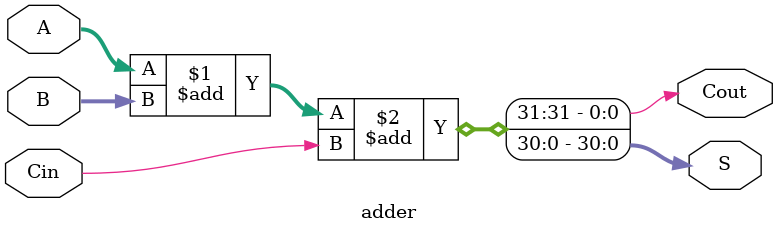
<source format=v>

`timescale 1ns / 1ps
module adder(S,Cout,A,B,Cin);
parameter WIDTH=31;
output	[WIDTH-1:0]	S;
output				Cout;
input	[WIDTH-1:0]	A;
input	[WIDTH-1:0]	B;
input				Cin;

assign {Cout,S}=A+B+Cin;

endmodule
</source>
